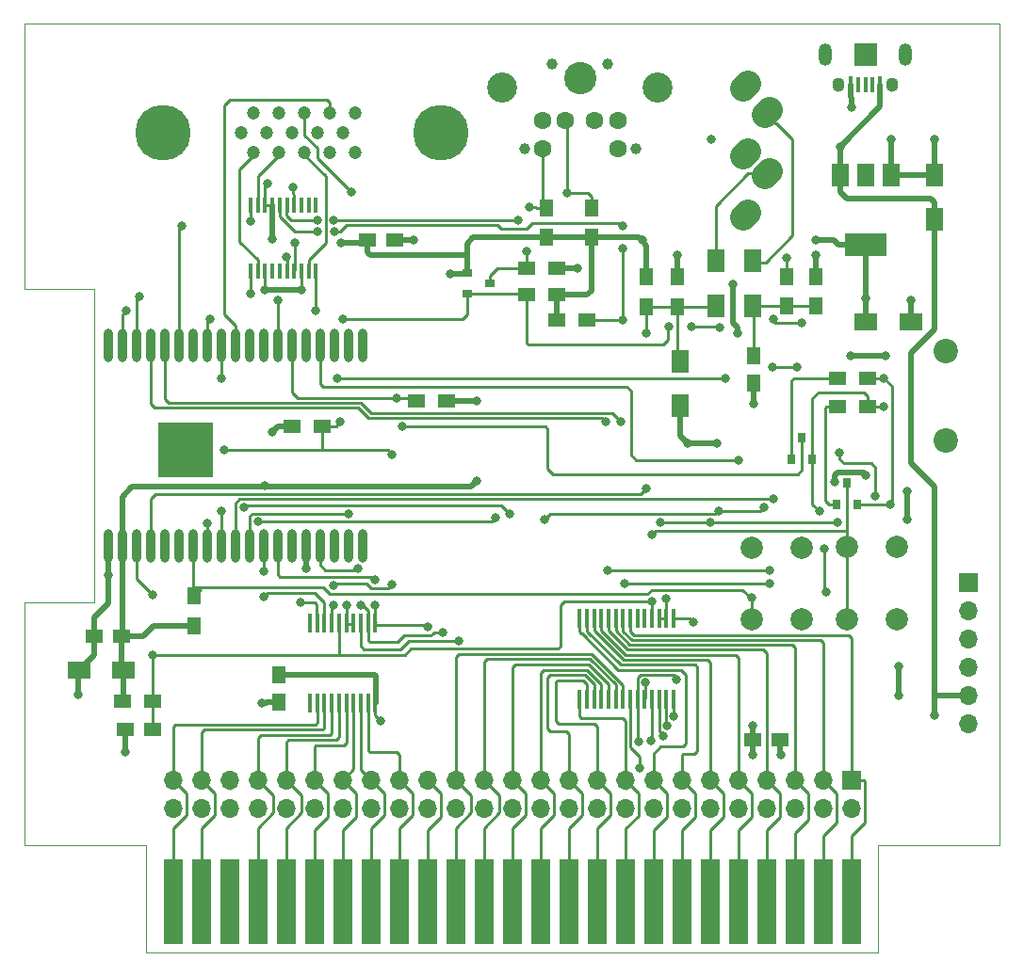
<source format=gbr>
G04 #@! TF.GenerationSoftware,KiCad,Pcbnew,(5.1.5)-3*
G04 #@! TF.CreationDate,2021-08-25T17:47:22+12:00*
G04 #@! TF.ProjectId,PocketTRS,506f636b-6574-4545-9253-2e6b69636164,rev?*
G04 #@! TF.SameCoordinates,Original*
G04 #@! TF.FileFunction,Copper,L1,Top*
G04 #@! TF.FilePolarity,Positive*
%FSLAX46Y46*%
G04 Gerber Fmt 4.6, Leading zero omitted, Abs format (unit mm)*
G04 Created by KiCad (PCBNEW (5.1.5)-3) date 2021-08-25 17:47:22*
%MOMM*%
%LPD*%
G04 APERTURE LIST*
%ADD10C,0.050000*%
%ADD11R,1.778000X7.620000*%
%ADD12C,2.200000*%
%ADD13O,1.700000X1.700000*%
%ADD14R,1.700000X1.700000*%
%ADD15C,0.800000*%
%ADD16O,0.900000X3.000000*%
%ADD17R,5.000000X5.000000*%
%ADD18R,1.500000X2.000000*%
%ADD19R,3.800000X2.000000*%
%ADD20R,1.250000X1.500000*%
%ADD21R,1.600000X2.000000*%
%ADD22R,2.000000X1.600000*%
%ADD23R,1.500000X1.250000*%
%ADD24R,1.300000X1.500000*%
%ADD25R,1.500000X1.300000*%
%ADD26R,0.450000X1.750000*%
%ADD27R,0.450000X1.450000*%
%ADD28R,0.900000X0.800000*%
%ADD29R,0.800000X0.900000*%
%ADD30C,2.000000*%
%ADD31C,5.001260*%
%ADD32C,1.198880*%
%ADD33C,2.400000*%
%ADD34C,1.000000*%
%ADD35C,2.900000*%
%ADD36C,2.700000*%
%ADD37C,1.600000*%
%ADD38O,1.200000X2.000000*%
%ADD39R,2.000000X2.000000*%
%ADD40R,0.400000X2.500000*%
%ADD41R,0.400000X1.350000*%
%ADD42O,1.100000X1.300000*%
%ADD43C,0.250000*%
%ADD44C,0.500000*%
G04 APERTURE END LIST*
D10*
X175260000Y-135890000D02*
X176022000Y-135890000D01*
X241808000Y-145542000D02*
X241300000Y-145542000D01*
X241808000Y-135890000D02*
X252730000Y-135890000D01*
X241808000Y-145542000D02*
X241808000Y-135890000D01*
X176022000Y-145542000D02*
X241300000Y-145542000D01*
X176022000Y-135890000D02*
X176022000Y-145542000D01*
X165100000Y-135890000D02*
X175260000Y-135890000D01*
X165100000Y-135890000D02*
X165100000Y-114046000D01*
X165100000Y-64770000D02*
X165100000Y-85852000D01*
X171323000Y-85852000D02*
X171323000Y-90805000D01*
X171323000Y-85852000D02*
X165100000Y-85852000D01*
X171323000Y-114046000D02*
X171323000Y-90805000D01*
X165100000Y-114046000D02*
X171323000Y-114046000D01*
X252730000Y-64770000D02*
X252730000Y-61976000D01*
X165100000Y-61976000D02*
X165100000Y-64770000D01*
X252730000Y-64770000D02*
X252730000Y-135890000D01*
X165100000Y-61976000D02*
X252730000Y-61976000D01*
D11*
X178435000Y-140970000D03*
X180975000Y-140970000D03*
X183515000Y-140970000D03*
X186055000Y-140970000D03*
X188595000Y-140970000D03*
X191135000Y-140970000D03*
X193675000Y-140970000D03*
X196215000Y-140970000D03*
X198755000Y-140970000D03*
X201295000Y-140970000D03*
X203835000Y-140970000D03*
X206375000Y-140970000D03*
X208915000Y-140970000D03*
X211455000Y-140970000D03*
X213995000Y-140970000D03*
X216535000Y-140970000D03*
X219075000Y-140970000D03*
X221615000Y-140970000D03*
X224155000Y-140970000D03*
X226695000Y-140970000D03*
X229235000Y-140970000D03*
X231775000Y-140970000D03*
X234315000Y-140970000D03*
X236855000Y-140970000D03*
X239395000Y-140970000D03*
D12*
X247904000Y-91440000D03*
X247904000Y-99441000D03*
D13*
X178435000Y-132588000D03*
X178435000Y-130048000D03*
X180975000Y-132588000D03*
X180975000Y-130048000D03*
X183515000Y-132588000D03*
X183515000Y-130048000D03*
X186055000Y-132588000D03*
X186055000Y-130048000D03*
X188595000Y-132588000D03*
X188595000Y-130048000D03*
X191135000Y-132588000D03*
X191135000Y-130048000D03*
X193675000Y-132588000D03*
X193675000Y-130048000D03*
X196215000Y-132588000D03*
X196215000Y-130048000D03*
X198755000Y-132588000D03*
X198755000Y-130048000D03*
X201295000Y-132588000D03*
X201295000Y-130048000D03*
X203835000Y-132588000D03*
X203835000Y-130048000D03*
X206375000Y-132588000D03*
X206375000Y-130048000D03*
X208915000Y-132588000D03*
X208915000Y-130048000D03*
X211455000Y-132588000D03*
X211455000Y-130048000D03*
X213995000Y-132588000D03*
X213995000Y-130048000D03*
X216535000Y-132588000D03*
X216535000Y-130048000D03*
X219075000Y-132588000D03*
X219075000Y-130048000D03*
X221615000Y-132588000D03*
X221615000Y-130048000D03*
X224155000Y-132588000D03*
X224155000Y-130048000D03*
X226695000Y-132588000D03*
X226695000Y-130048000D03*
X229235000Y-132588000D03*
X229235000Y-130048000D03*
X231775000Y-132588000D03*
X231775000Y-130048000D03*
X234315000Y-132588000D03*
X234315000Y-130048000D03*
X236855000Y-132588000D03*
X236855000Y-130048000D03*
X239395000Y-132588000D03*
D14*
X239395000Y-130048000D03*
D15*
X177524000Y-98349000D03*
X178524000Y-98349000D03*
X179524000Y-98349000D03*
X180524000Y-98349000D03*
X181524000Y-98349000D03*
X177524000Y-100349000D03*
X178524000Y-100349000D03*
X179524000Y-100349000D03*
X180524000Y-100349000D03*
X181524000Y-100349000D03*
X181524000Y-99349000D03*
X180524000Y-99349000D03*
X179524000Y-99349000D03*
X178524000Y-99349000D03*
X177524000Y-99349000D03*
X177524000Y-101349000D03*
X178524000Y-101349000D03*
X179524000Y-101349000D03*
X180524000Y-101349000D03*
X181524000Y-101349000D03*
X181524000Y-102349000D03*
X180524000Y-102349000D03*
X179524000Y-102349000D03*
X178524000Y-102349000D03*
D16*
X172614000Y-90919000D03*
X173884000Y-90919000D03*
X175154000Y-90919000D03*
X176424000Y-90919000D03*
X177694000Y-90919000D03*
X178964000Y-90919000D03*
X180234000Y-90919000D03*
X181504000Y-90919000D03*
X182774000Y-90919000D03*
X184044000Y-90919000D03*
X185314000Y-90919000D03*
X186584000Y-90919000D03*
X187854000Y-90919000D03*
X189124000Y-90919000D03*
X190424000Y-90949000D03*
X191694000Y-90949000D03*
X192964000Y-90949000D03*
X194234000Y-90949000D03*
X195504000Y-90949000D03*
X195504000Y-108949000D03*
X194234000Y-108949000D03*
X192964000Y-108949000D03*
X191694000Y-108949000D03*
X190424000Y-108949000D03*
X189124000Y-108949000D03*
X187854000Y-108949000D03*
X186584000Y-108949000D03*
X185314000Y-108949000D03*
X184044000Y-108949000D03*
X182774000Y-108949000D03*
X181504000Y-108949000D03*
X180234000Y-108949000D03*
X178964000Y-108949000D03*
X177694000Y-108949000D03*
X176424000Y-108949000D03*
X175154000Y-108949000D03*
X173884000Y-108949000D03*
X172614000Y-108949000D03*
D17*
X179534000Y-100349000D03*
D15*
X177524000Y-102349000D03*
D13*
X249936000Y-124968000D03*
X249936000Y-122428000D03*
X249936000Y-119888000D03*
X249936000Y-117348000D03*
X249936000Y-114808000D03*
D14*
X249936000Y-112268000D03*
D18*
X242965000Y-75590000D03*
X238365000Y-75590000D03*
X240665000Y-75590000D03*
D19*
X240665000Y-81890000D03*
D20*
X230632000Y-91841000D03*
X230632000Y-94341000D03*
D21*
X246888000Y-79597000D03*
X246888000Y-75597000D03*
D22*
X244729000Y-88773000D03*
X240729000Y-88773000D03*
D20*
X187960000Y-120543000D03*
X187960000Y-123043000D03*
D23*
X233025000Y-126365000D03*
X230525000Y-126365000D03*
X195874000Y-81407000D03*
X198374000Y-81407000D03*
X171343000Y-117094000D03*
X173843000Y-117094000D03*
X174137000Y-125476000D03*
X176637000Y-125476000D03*
D24*
X211963000Y-78533000D03*
X211963000Y-81233000D03*
X216027000Y-81233000D03*
X216027000Y-78533000D03*
X220980000Y-87456000D03*
X220980000Y-84756000D03*
X223774000Y-87456000D03*
X223774000Y-84756000D03*
X233553000Y-87409000D03*
X233553000Y-84756000D03*
X236220000Y-84709000D03*
X236220000Y-87409000D03*
D25*
X210232000Y-86360000D03*
X212932000Y-86360000D03*
X212932000Y-83947000D03*
X210232000Y-83947000D03*
X200326000Y-95885000D03*
X203026000Y-95885000D03*
X176610000Y-122936000D03*
X173910000Y-122936000D03*
X238172000Y-93853000D03*
X240872000Y-93853000D03*
X238172000Y-96393000D03*
X240872000Y-96393000D03*
D24*
X180340000Y-113458000D03*
X180340000Y-116158000D03*
D26*
X214977000Y-115526000D03*
X215627000Y-115526000D03*
X216277000Y-115526000D03*
X216927000Y-115526000D03*
X217577000Y-115526000D03*
X218227000Y-115526000D03*
X218877000Y-115526000D03*
X219527000Y-115526000D03*
X220177000Y-115526000D03*
X220827000Y-115526000D03*
X221477000Y-115526000D03*
X222127000Y-115526000D03*
X222777000Y-115526000D03*
X223427000Y-115526000D03*
X223427000Y-122726000D03*
X222777000Y-122726000D03*
X222127000Y-122726000D03*
X221477000Y-122726000D03*
X220827000Y-122726000D03*
X220177000Y-122726000D03*
X219527000Y-122726000D03*
X218877000Y-122726000D03*
X218227000Y-122726000D03*
X217577000Y-122726000D03*
X216927000Y-122726000D03*
X216277000Y-122726000D03*
X215627000Y-122726000D03*
X214977000Y-122726000D03*
D27*
X191266000Y-84230000D03*
X190616000Y-84230000D03*
X189966000Y-84230000D03*
X189316000Y-84230000D03*
X188666000Y-84230000D03*
X188016000Y-84230000D03*
X187366000Y-84230000D03*
X186716000Y-84230000D03*
X186066000Y-84230000D03*
X185416000Y-84230000D03*
X185416000Y-78330000D03*
X186066000Y-78330000D03*
X186716000Y-78330000D03*
X187366000Y-78330000D03*
X188016000Y-78330000D03*
X188666000Y-78330000D03*
X189316000Y-78330000D03*
X189966000Y-78330000D03*
X190616000Y-78330000D03*
X191266000Y-78330000D03*
D28*
X206867000Y-85344000D03*
X204867000Y-86294000D03*
X204867000Y-84394000D03*
D29*
X234000000Y-101203000D03*
X235900000Y-101203000D03*
X234950000Y-99203000D03*
X239014000Y-103267000D03*
X239964000Y-105267000D03*
X238064000Y-105267000D03*
D26*
X196600000Y-123107000D03*
X195950000Y-123107000D03*
X195300000Y-123107000D03*
X194650000Y-123107000D03*
X194000000Y-123107000D03*
X193350000Y-123107000D03*
X192700000Y-123107000D03*
X192050000Y-123107000D03*
X191400000Y-123107000D03*
X190750000Y-123107000D03*
X190750000Y-115907000D03*
X191400000Y-115907000D03*
X192050000Y-115907000D03*
X192700000Y-115907000D03*
X193350000Y-115907000D03*
X194000000Y-115907000D03*
X194650000Y-115907000D03*
X195300000Y-115907000D03*
X195950000Y-115907000D03*
X196600000Y-115907000D03*
D22*
X169958000Y-120142000D03*
X173958000Y-120142000D03*
D30*
X230450000Y-109093000D03*
X234950000Y-109093000D03*
X230450000Y-115593000D03*
X234950000Y-115593000D03*
X239014000Y-109070000D03*
X243514000Y-109070000D03*
X239014000Y-115570000D03*
X243514000Y-115570000D03*
D21*
X227203000Y-83344000D03*
X227203000Y-87344000D03*
X230505000Y-87344000D03*
X230505000Y-83344000D03*
X224028000Y-96361000D03*
X224028000Y-92361000D03*
D31*
X177497740Y-71813420D03*
D32*
X190258700Y-73532400D03*
X187972700Y-73532400D03*
X185681620Y-73532400D03*
X192552320Y-73532400D03*
X194840860Y-73532400D03*
X191427100Y-71767700D03*
X189128400Y-71767700D03*
X186829700Y-71767700D03*
X184536080Y-71767700D03*
D31*
X202486260Y-71813420D03*
D32*
X193700400Y-71767700D03*
X185681620Y-69976400D03*
X187972700Y-69976400D03*
X190261240Y-69976400D03*
X192552320Y-69976400D03*
X194843400Y-69976400D03*
D33*
X229657868Y-67776132D02*
X230082132Y-67351868D01*
X231657868Y-70176132D02*
X232082132Y-69751868D01*
X231657868Y-75676132D02*
X232082132Y-75251868D01*
X229657868Y-79376132D02*
X230082132Y-78951868D01*
X229657868Y-73876132D02*
X230082132Y-73451868D01*
D34*
X212511000Y-65603000D03*
X217511000Y-65603000D03*
D35*
X215011000Y-66903000D03*
D36*
X208011000Y-67703000D03*
X222011000Y-67703000D03*
D34*
X210011000Y-73203000D03*
X220011000Y-73203000D03*
D37*
X213711000Y-70703000D03*
X216311000Y-70703000D03*
X211611000Y-70703000D03*
X218411000Y-70703000D03*
X211611000Y-73203000D03*
X218411000Y-73203000D03*
D38*
X244240000Y-64770000D03*
D39*
X240665000Y-64770000D03*
D38*
X237090000Y-64770000D03*
D40*
X241965000Y-68021200D03*
D41*
X241315000Y-67445000D03*
X240665000Y-67445000D03*
X240015000Y-67445000D03*
D40*
X239365000Y-68021200D03*
D42*
X243090000Y-67520000D03*
X238240000Y-67520000D03*
D25*
X191850000Y-98171000D03*
X189150000Y-98171000D03*
X215662500Y-88646000D03*
X212962500Y-88646000D03*
D15*
X226822000Y-72390000D03*
X220980000Y-89789000D03*
X220980000Y-103759000D03*
X237934500Y-103187500D03*
X244729000Y-86868000D03*
X246888000Y-72390000D03*
X242965000Y-72404000D03*
X236220000Y-82804000D03*
X223774000Y-82804000D03*
X222777000Y-113696700D03*
X194000000Y-114330600D03*
X186715400Y-85902800D03*
X189966000Y-85902200D03*
X186944000Y-76327000D03*
X200088500Y-81407000D03*
X224663000Y-99695000D03*
X239395000Y-69469000D03*
X233045000Y-127762000D03*
X187340999Y-81391001D03*
X172614000Y-111612000D03*
X186436000Y-123063000D03*
X190373000Y-111000000D03*
X227330000Y-99695000D03*
X230632000Y-96139000D03*
X189865000Y-114046000D03*
X169926000Y-122301000D03*
X174117000Y-127508000D03*
X243649500Y-119824500D03*
X243649500Y-122428000D03*
X229171500Y-89852500D03*
X228790500Y-85407500D03*
X239331500Y-91884500D03*
X242443000Y-91884500D03*
X244411500Y-106616500D03*
X244411500Y-104076500D03*
X240728500Y-102616000D03*
X220853000Y-121221500D03*
X238379000Y-73025000D03*
X214757000Y-83947000D03*
X220252000Y-126588074D03*
X197104000Y-124736000D03*
X230505000Y-127762000D03*
X230505000Y-125095000D03*
X246888000Y-124206000D03*
X225171000Y-115824000D03*
X223710500Y-120967500D03*
X236220000Y-81407000D03*
X220599000Y-81407000D03*
X189357000Y-81661000D03*
X193548000Y-81661000D03*
X203327000Y-84455000D03*
X205740000Y-103124000D03*
X205740000Y-95885000D03*
X240729000Y-86678000D03*
X187328500Y-98742500D03*
X186690000Y-103577951D03*
X220345000Y-128905000D03*
X213868000Y-77216000D03*
X186055000Y-106770000D03*
X181483000Y-106934000D03*
X207391000Y-106426000D03*
X210439000Y-78486000D03*
X184785000Y-105477961D03*
X182753000Y-105791000D03*
X208661000Y-106045000D03*
X194437000Y-77089000D03*
X194183000Y-106045000D03*
X232092500Y-112331500D03*
X218694000Y-97790000D03*
X219011500Y-112331500D03*
X232092500Y-111188500D03*
X217297000Y-97790000D03*
X217487500Y-111188500D03*
X221488000Y-113919000D03*
X221488000Y-107950000D03*
X176593500Y-113347500D03*
X176610000Y-118745000D03*
X198501000Y-95631000D03*
X199009000Y-98203010D03*
X230450000Y-113656500D03*
X181737000Y-88519000D03*
X193712000Y-88519000D03*
X234950000Y-88900000D03*
X232358681Y-88555753D03*
X227584000Y-89281000D03*
X222960922Y-89265816D03*
X225028816Y-89265816D03*
X188632000Y-82931000D03*
X223427000Y-124299000D03*
X210232000Y-82439500D03*
X204089000Y-117500980D03*
X175387000Y-86487000D03*
X185420000Y-86233000D03*
X185420000Y-79756000D03*
X179197000Y-80137000D03*
X191262000Y-87757000D03*
X174244000Y-87757000D03*
X233553000Y-83058000D03*
X232432039Y-104752961D03*
X222864178Y-125125580D03*
X202692000Y-116750000D03*
X191389000Y-80655005D03*
X192902995Y-80655005D03*
X218821000Y-80137000D03*
X218821000Y-82169000D03*
X218821000Y-88646000D03*
X222250000Y-106827991D03*
X226752990Y-106864990D03*
X195072000Y-111000001D03*
X195326000Y-114300000D03*
X238125000Y-106864991D03*
X222477272Y-126047701D03*
X201361368Y-116265033D03*
X211788500Y-106632500D03*
X191389000Y-79655002D03*
X192876000Y-79629000D03*
X209423000Y-79629000D03*
X227477990Y-105811990D03*
X196596000Y-112014000D03*
X196596000Y-114300000D03*
X231584500Y-105477961D03*
X232346500Y-92837000D03*
X234505500Y-92837000D03*
X186563000Y-113538000D03*
X186563000Y-111252000D03*
X242316000Y-96393000D03*
X236537500Y-105854500D03*
X237172500Y-113093500D03*
X236982000Y-109220000D03*
X242316000Y-93853000D03*
X242855750Y-105251250D03*
X189230000Y-76708000D03*
X187833000Y-86868000D03*
X238315500Y-100584000D03*
X241554000Y-104457500D03*
X229298500Y-101219000D03*
X182753000Y-93853000D03*
X183007000Y-100330000D03*
X198120000Y-100711000D03*
X198120000Y-112395000D03*
X192843062Y-112513112D03*
X192843062Y-114300000D03*
X221364840Y-126526260D03*
X228092000Y-93853000D03*
X193484500Y-97790000D03*
X193230500Y-93853000D03*
D43*
X220980000Y-87456000D02*
X223774000Y-87456000D01*
X226551000Y-87456000D02*
X226568000Y-87439000D01*
X223774000Y-87456000D02*
X226551000Y-87456000D01*
X220980000Y-89789000D02*
X220980000Y-87456000D01*
X223774000Y-91726000D02*
X224028000Y-91980000D01*
X223774000Y-87456000D02*
X223774000Y-91726000D01*
X176424000Y-104754000D02*
X176424000Y-108949000D01*
X220980000Y-103759000D02*
X220436049Y-104302951D01*
X176875049Y-104302951D02*
X176424000Y-104754000D01*
X220436049Y-104302951D02*
X176875049Y-104302951D01*
X235320000Y-87409000D02*
X233553000Y-87409000D01*
X236220000Y-87409000D02*
X235320000Y-87409000D01*
X230662000Y-87409000D02*
X230632000Y-87439000D01*
X233553000Y-87409000D02*
X230662000Y-87409000D01*
X230632000Y-88689000D02*
X230632000Y-91841000D01*
X230632000Y-87439000D02*
X230632000Y-88689000D01*
D44*
X246881000Y-75590000D02*
X246888000Y-75597000D01*
X242965000Y-75590000D02*
X246881000Y-75590000D01*
X246888000Y-75597000D02*
X246888000Y-74097000D01*
X246888000Y-74097000D02*
X246888000Y-73406000D01*
X244729000Y-88773000D02*
X244729000Y-87473000D01*
X244729000Y-87473000D02*
X244729000Y-86868000D01*
X242965000Y-74090000D02*
X242951000Y-74076000D01*
X242965000Y-75590000D02*
X242965000Y-74090000D01*
X246888000Y-73406000D02*
X246888000Y-72390000D01*
X242965000Y-74090000D02*
X242965000Y-72404000D01*
X236220000Y-84709000D02*
X236220000Y-82804000D01*
X223774000Y-84756000D02*
X223774000Y-83506000D01*
X223774000Y-83506000D02*
X223774000Y-82804000D01*
D43*
X194000000Y-116034000D02*
X194650000Y-116034000D01*
X194000000Y-116034000D02*
X194000000Y-114330600D01*
X186716000Y-85205000D02*
X186715400Y-85205600D01*
X186716000Y-84230000D02*
X186716000Y-85205000D01*
X186715400Y-85205600D02*
X186715400Y-85902800D01*
X189966000Y-84230000D02*
X189966000Y-85902200D01*
X186716000Y-78330000D02*
X187366000Y-78330000D01*
X186716000Y-77355000D02*
X186715400Y-77354400D01*
X186716000Y-78330000D02*
X186716000Y-77355000D01*
X186715400Y-77354400D02*
X186715400Y-76669900D01*
X186715400Y-76669900D02*
X186715400Y-76555600D01*
X186715400Y-76555600D02*
X186944000Y-76327000D01*
D44*
X198374000Y-81407000D02*
X200088500Y-81407000D01*
X187340999Y-81428814D02*
X187340999Y-81391001D01*
X225171000Y-99695000D02*
X227272315Y-99695000D01*
X239365000Y-68620000D02*
X239395000Y-68650000D01*
X239365000Y-67445000D02*
X239365000Y-68620000D01*
X239395000Y-68650000D02*
X239395000Y-69469000D01*
X225298000Y-99695000D02*
X224732315Y-99695000D01*
X224028000Y-99060000D02*
X224663000Y-99695000D01*
X224028000Y-95980000D02*
X224028000Y-99060000D01*
X233025000Y-127490000D02*
X233045000Y-127510000D01*
X233025000Y-126365000D02*
X233025000Y-127490000D01*
X233045000Y-127510000D02*
X233045000Y-127762000D01*
X187340999Y-81391001D02*
X187340999Y-78330000D01*
X172614000Y-108949000D02*
X172614000Y-111612000D01*
X186835000Y-123043000D02*
X186815000Y-123063000D01*
X187960000Y-123043000D02*
X186835000Y-123043000D01*
X186815000Y-123063000D02*
X186436000Y-123063000D01*
X190424000Y-110949000D02*
X190373000Y-111000000D01*
X190424000Y-108949000D02*
X190424000Y-110949000D01*
X230632000Y-94341000D02*
X230632000Y-96139000D01*
D43*
X190881000Y-114046000D02*
X189865000Y-114046000D01*
X191333000Y-116288000D02*
X191333000Y-114584600D01*
X191333000Y-114244000D02*
X191333000Y-114584600D01*
X190881000Y-114046000D02*
X191135000Y-114046000D01*
X191135000Y-114046000D02*
X191333000Y-114244000D01*
D44*
X189965400Y-85902800D02*
X189966000Y-85902200D01*
X186715400Y-85902800D02*
X189965400Y-85902800D01*
X172614000Y-111612000D02*
X172614000Y-114152000D01*
X171343000Y-115423000D02*
X171343000Y-117094000D01*
X172614000Y-114152000D02*
X171343000Y-115423000D01*
X171343000Y-118757000D02*
X169958000Y-120142000D01*
X171343000Y-117094000D02*
X171343000Y-118757000D01*
X169926000Y-120174000D02*
X169958000Y-120142000D01*
X169926000Y-122301000D02*
X169926000Y-120174000D01*
X174117000Y-125496000D02*
X174137000Y-125476000D01*
X174117000Y-127508000D02*
X174117000Y-125496000D01*
X243649500Y-119824500D02*
X243649500Y-122428000D01*
X229171500Y-89286815D02*
X228790500Y-88905815D01*
X229171500Y-89852500D02*
X229171500Y-89286815D01*
X228790500Y-88905815D02*
X228790500Y-85407500D01*
X239331500Y-91884500D02*
X242443000Y-91884500D01*
X244411500Y-106616500D02*
X244411500Y-106050815D01*
X244411500Y-106050815D02*
X244411500Y-104076500D01*
X238189316Y-102366999D02*
X240479499Y-102366999D01*
X237934500Y-103187500D02*
X237934500Y-102621815D01*
X237934500Y-102621815D02*
X238189316Y-102366999D01*
X240479499Y-102366999D02*
X240728500Y-102616000D01*
D43*
X222127000Y-115526000D02*
X222777000Y-115526000D01*
X222777000Y-115526000D02*
X222777000Y-113696700D01*
X220853000Y-122700000D02*
X220827000Y-122726000D01*
X220853000Y-121158000D02*
X220853000Y-122700000D01*
D44*
X212932000Y-83947000D02*
X214757000Y-83947000D01*
D43*
X220177000Y-126596500D02*
X220185426Y-126588074D01*
X220177000Y-122726000D02*
X220177000Y-126596500D01*
X220185426Y-126588074D02*
X220252000Y-126588074D01*
X238461200Y-73025000D02*
X238379000Y-73025000D01*
X196600000Y-124232000D02*
X197104000Y-124736000D01*
X196600000Y-123107000D02*
X196600000Y-124232000D01*
D44*
X246888000Y-81915000D02*
X246888000Y-84709000D01*
X238379000Y-75576000D02*
X238365000Y-75590000D01*
X238379000Y-73025000D02*
X238379000Y-75576000D01*
X241965000Y-69439000D02*
X238379000Y-73025000D01*
X241965000Y-67445000D02*
X241965000Y-69439000D01*
X246888000Y-81915000D02*
X246888000Y-79597000D01*
X246888000Y-78097000D02*
X246888000Y-79597000D01*
X238999000Y-77724000D02*
X246515000Y-77724000D01*
X238365000Y-77090000D02*
X238999000Y-77724000D01*
X246515000Y-77724000D02*
X246888000Y-78097000D01*
X238365000Y-75590000D02*
X238365000Y-77090000D01*
X230505000Y-126385000D02*
X230525000Y-126365000D01*
X230505000Y-127762000D02*
X230505000Y-126385000D01*
X230505000Y-126345000D02*
X230525000Y-126365000D01*
X230505000Y-125095000D02*
X230505000Y-126345000D01*
X196625001Y-121871999D02*
X196625001Y-123107000D01*
X190867000Y-120543000D02*
X190887000Y-120523000D01*
X190887000Y-120523000D02*
X196469000Y-120523000D01*
X187960000Y-120543000D02*
X190867000Y-120543000D01*
X196469000Y-120523000D02*
X196625001Y-120679001D01*
X196625001Y-120679001D02*
X196625001Y-121871999D01*
X249936000Y-122428000D02*
X248733919Y-122428000D01*
X248733919Y-122428000D02*
X246888000Y-122428000D01*
X246888000Y-124206000D02*
X246888000Y-122428000D01*
X244729000Y-91630500D02*
X246888000Y-89471500D01*
X246888000Y-84709000D02*
X246888000Y-89471500D01*
X246888000Y-103632000D02*
X244729000Y-101473000D01*
X246888000Y-122428000D02*
X246888000Y-103632000D01*
X244729000Y-101473000D02*
X244729000Y-91630500D01*
D43*
X223427000Y-115526000D02*
X224873000Y-115526000D01*
X224873000Y-115526000D02*
X225171000Y-115824000D01*
X223710500Y-120840500D02*
X223437079Y-120567079D01*
X223710500Y-120967500D02*
X223710500Y-120840500D01*
X223437079Y-120567079D02*
X220427921Y-120567079D01*
X220177000Y-120818000D02*
X220177000Y-122726000D01*
X220427921Y-120567079D02*
X220177000Y-120818000D01*
D44*
X211963000Y-81233000D02*
X216027000Y-81233000D01*
X240729000Y-81954000D02*
X240665000Y-81890000D01*
X216027000Y-81233000D02*
X220298000Y-81233000D01*
X220980000Y-81915000D02*
X220980000Y-84756000D01*
X220298000Y-81233000D02*
X220980000Y-81915000D01*
X238265000Y-81890000D02*
X237782000Y-81407000D01*
X240665000Y-81890000D02*
X238265000Y-81890000D01*
X237782000Y-81407000D02*
X236220000Y-81407000D01*
X216027000Y-81233000D02*
X216027000Y-85979000D01*
X215646000Y-86360000D02*
X212932000Y-86360000D01*
X216027000Y-85979000D02*
X215646000Y-86360000D01*
D43*
X189293500Y-84207500D02*
X189316000Y-84230000D01*
D44*
X211963000Y-81233000D02*
X205406000Y-81233000D01*
X196146000Y-82804000D02*
X204851000Y-82804000D01*
X195874000Y-81407000D02*
X195874000Y-82532000D01*
X195874000Y-82532000D02*
X196146000Y-82804000D01*
X204867000Y-82820000D02*
X204851000Y-82804000D01*
X204867000Y-84394000D02*
X204867000Y-82820000D01*
X204867000Y-81772000D02*
X205406000Y-81233000D01*
X204867000Y-82820000D02*
X204867000Y-81772000D01*
X195620000Y-81661000D02*
X195874000Y-81407000D01*
X193548000Y-81661000D02*
X195620000Y-81661000D01*
D43*
X189357000Y-84189000D02*
X189316000Y-84230000D01*
X189357000Y-81661000D02*
X189357000Y-84189000D01*
D44*
X173884000Y-110001806D02*
X173863000Y-110022806D01*
X173884000Y-108949000D02*
X173884000Y-110001806D01*
X203073000Y-95584000D02*
X203026000Y-95631000D01*
X203073000Y-95838000D02*
X203026000Y-95885000D01*
X204806000Y-84455000D02*
X204867000Y-84394000D01*
X203327000Y-84455000D02*
X204806000Y-84455000D01*
X173884000Y-106949000D02*
X173863000Y-106928000D01*
X173884000Y-108949000D02*
X173884000Y-106949000D01*
X173863000Y-106928000D02*
X173863000Y-104521000D01*
X173863000Y-104521000D02*
X174752000Y-103632000D01*
X174752000Y-103632000D02*
X182499000Y-103632000D01*
X182499000Y-103632000D02*
X201422000Y-103632000D01*
X201422000Y-103632000D02*
X201549000Y-103632000D01*
X201549000Y-103632000D02*
X205232000Y-103632000D01*
X205232000Y-103632000D02*
X205740000Y-103124000D01*
X205740000Y-95885000D02*
X203026000Y-95885000D01*
X180260000Y-116078000D02*
X180340000Y-116158000D01*
X173958000Y-122888000D02*
X173910000Y-122936000D01*
X173958000Y-120142000D02*
X173958000Y-122888000D01*
X173843000Y-120027000D02*
X173958000Y-120142000D01*
X173843000Y-117094000D02*
X173843000Y-120027000D01*
X173884000Y-117053000D02*
X173843000Y-117094000D01*
X173884000Y-108949000D02*
X173884000Y-117053000D01*
X173843000Y-117094000D02*
X175768000Y-117094000D01*
X176704000Y-116158000D02*
X180340000Y-116158000D01*
X175768000Y-117094000D02*
X176704000Y-116158000D01*
X240729000Y-88773000D02*
X240729000Y-86678000D01*
X240729000Y-86678000D02*
X240729000Y-81954000D01*
X187900000Y-98171000D02*
X187328500Y-98742500D01*
X189150000Y-98171000D02*
X187900000Y-98171000D01*
X212932000Y-88615500D02*
X212962500Y-88646000D01*
X212932000Y-86360000D02*
X212932000Y-88615500D01*
D43*
X178435000Y-125222000D02*
X178435000Y-130048000D01*
X191400000Y-123107000D02*
X191400000Y-124830000D01*
X178631010Y-125025990D02*
X178435000Y-125222000D01*
X191204010Y-125025990D02*
X178631010Y-125025990D01*
X191400000Y-124830000D02*
X191204010Y-125025990D01*
X179610001Y-133152001D02*
X179610001Y-131223001D01*
X179610001Y-131223001D02*
X178435000Y-130048000D01*
X178435000Y-140970000D02*
X178435000Y-134327002D01*
X178435000Y-134327002D02*
X179610001Y-133152001D01*
X180975000Y-125730000D02*
X180975000Y-130048000D01*
X181229000Y-125476000D02*
X180975000Y-125730000D01*
X191897000Y-125476000D02*
X181229000Y-125476000D01*
X192050000Y-123107000D02*
X192050000Y-125323000D01*
X192050000Y-125323000D02*
X191897000Y-125476000D01*
X182150001Y-133152001D02*
X182150001Y-131223001D01*
X182150001Y-131223001D02*
X180975000Y-130048000D01*
X180975000Y-140970000D02*
X180975000Y-134327002D01*
X180975000Y-134327002D02*
X182150001Y-133152001D01*
X186309000Y-125984000D02*
X186055000Y-126238000D01*
X192532000Y-125984000D02*
X186309000Y-125984000D01*
X186055000Y-126238000D02*
X186055000Y-130048000D01*
X192700000Y-123107000D02*
X192700000Y-125816000D01*
X192700000Y-125816000D02*
X192532000Y-125984000D01*
X187419999Y-131412999D02*
X186055000Y-130048000D01*
X187419999Y-132962003D02*
X187419999Y-131412999D01*
X186055000Y-140970000D02*
X186055000Y-134327002D01*
X186055000Y-134327002D02*
X187419999Y-132962003D01*
X188595000Y-127000000D02*
X188595000Y-130048000D01*
X188779990Y-126434010D02*
X188595000Y-126619000D01*
X193350000Y-126182000D02*
X193097990Y-126434010D01*
X193350000Y-123107000D02*
X193350000Y-126182000D01*
X193097990Y-126434010D02*
X188779990Y-126434010D01*
X188595000Y-126619000D02*
X188595000Y-127000000D01*
X189959999Y-131412999D02*
X188595000Y-130048000D01*
X189959999Y-132962003D02*
X189959999Y-131412999D01*
X188595000Y-140970000D02*
X188595000Y-134327002D01*
X188595000Y-134327002D02*
X189959999Y-132962003D01*
X194000000Y-126675000D02*
X194000000Y-123107000D01*
X193790980Y-126884020D02*
X194000000Y-126675000D01*
X191135000Y-130048000D02*
X191135000Y-127000000D01*
X191250980Y-126884020D02*
X193790980Y-126884020D01*
X191135000Y-127000000D02*
X191250980Y-126884020D01*
X192310001Y-131223001D02*
X192310001Y-133317999D01*
X191135000Y-130048000D02*
X192310001Y-131223001D01*
X191135000Y-134493000D02*
X191135000Y-140970000D01*
X192310001Y-133317999D02*
X191135000Y-134493000D01*
X194650000Y-129073000D02*
X193675000Y-130048000D01*
X194650000Y-123107000D02*
X194650000Y-129073000D01*
X194850001Y-131223001D02*
X194850001Y-133317999D01*
X193675000Y-130048000D02*
X194850001Y-131223001D01*
X193675000Y-134493000D02*
X193675000Y-140970000D01*
X194850001Y-133317999D02*
X193675000Y-134493000D01*
X195300000Y-129133000D02*
X196215000Y-130048000D01*
X195300000Y-123107000D02*
X195300000Y-129133000D01*
X197390001Y-131223001D02*
X196215000Y-130048000D01*
X197390001Y-133152001D02*
X197390001Y-131223001D01*
X196215000Y-140970000D02*
X196215000Y-134327002D01*
X196215000Y-134327002D02*
X197390001Y-133152001D01*
X198755000Y-130048000D02*
X198755000Y-127762000D01*
X198755000Y-127762000D02*
X198501000Y-127508000D01*
X196088000Y-127508000D02*
X196469000Y-127508000D01*
X195950000Y-127370000D02*
X196088000Y-127508000D01*
X195950000Y-123107000D02*
X195950000Y-127370000D01*
X198501000Y-127508000D02*
X196469000Y-127508000D01*
X196469000Y-127508000D02*
X196320000Y-127508000D01*
X199930001Y-131223001D02*
X198755000Y-130048000D01*
X199930001Y-133152001D02*
X199930001Y-131223001D01*
X198755000Y-140970000D02*
X198755000Y-134327002D01*
X198755000Y-134327002D02*
X199930001Y-133152001D01*
X219527000Y-127071000D02*
X219527000Y-122726000D01*
X220345000Y-127889000D02*
X219527000Y-127071000D01*
X202470001Y-131223001D02*
X202470001Y-133317999D01*
X201295000Y-130048000D02*
X202470001Y-131223001D01*
X201295000Y-134493000D02*
X201295000Y-140970000D01*
X202470001Y-133317999D02*
X201295000Y-134493000D01*
X220345000Y-127889000D02*
X220345000Y-128905000D01*
X204089001Y-118675989D02*
X216092040Y-118675990D01*
X218877000Y-121460950D02*
X218877000Y-122726000D01*
X216092040Y-118675990D02*
X218877000Y-121460950D01*
X203835000Y-130048000D02*
X203835000Y-118929990D01*
X203835000Y-118929990D02*
X204089001Y-118675989D01*
X205199999Y-131412999D02*
X203835000Y-130048000D01*
X205199999Y-132962003D02*
X205199999Y-131412999D01*
X203835000Y-140970000D02*
X203835000Y-134327002D01*
X203835000Y-134327002D02*
X205199999Y-132962003D01*
X218227000Y-121447360D02*
X215905640Y-119126000D01*
X218227000Y-122726000D02*
X218227000Y-121447360D01*
X215905640Y-119126000D02*
X206629000Y-119126000D01*
X206375000Y-119380000D02*
X206375000Y-130048000D01*
X206629000Y-119126000D02*
X206375000Y-119380000D01*
X207739999Y-131412999D02*
X206375000Y-130048000D01*
X206375000Y-140970000D02*
X206375000Y-134327002D01*
X207739999Y-132962003D02*
X207739999Y-131412999D01*
X206375000Y-134327002D02*
X207739999Y-132962003D01*
X217577000Y-121433770D02*
X215777230Y-119634000D01*
X217577000Y-122726000D02*
X217577000Y-121433770D01*
X215777230Y-119634000D02*
X209169000Y-119634000D01*
X208915000Y-119888000D02*
X208915000Y-130048000D01*
X209169000Y-119634000D02*
X208915000Y-119888000D01*
X210090001Y-131223001D02*
X208915000Y-130048000D01*
X210090001Y-133152001D02*
X210090001Y-131223001D01*
X208915000Y-140970000D02*
X208915000Y-134327002D01*
X208915000Y-134327002D02*
X210090001Y-133152001D01*
X216927000Y-122726000D02*
X216927000Y-121420180D01*
X216927000Y-121420180D02*
X215637800Y-120130980D01*
X215637800Y-120130980D02*
X211720020Y-120130980D01*
X211455000Y-120396000D02*
X211455000Y-130048000D01*
X211720020Y-120130980D02*
X211455000Y-120396000D01*
X212630001Y-131223001D02*
X211455000Y-130048000D01*
X212630001Y-133152001D02*
X212630001Y-131223001D01*
X211455000Y-140970000D02*
X211455000Y-134327002D01*
X211455000Y-134327002D02*
X212630001Y-133152001D01*
X212344000Y-125603000D02*
X213741000Y-125603000D01*
X216277000Y-121406590D02*
X215451400Y-120580990D01*
X213995000Y-125857000D02*
X213995000Y-130048000D01*
X213741000Y-125603000D02*
X213995000Y-125857000D01*
X216277000Y-122726000D02*
X216277000Y-121406590D01*
X212090000Y-125349000D02*
X212344000Y-125603000D01*
X212090000Y-120777000D02*
X212090000Y-125349000D01*
X215451400Y-120580990D02*
X212286010Y-120580990D01*
X212286010Y-120580990D02*
X212090000Y-120777000D01*
X215170001Y-133152001D02*
X215170001Y-131223001D01*
X213995000Y-140970000D02*
X213995000Y-134327002D01*
X215170001Y-131223001D02*
X213995000Y-130048000D01*
X213995000Y-134327002D02*
X215170001Y-133152001D01*
X216281000Y-124968000D02*
X216535000Y-125222000D01*
X213106000Y-124968000D02*
X216281000Y-124968000D01*
X212852000Y-124714000D02*
X213106000Y-124968000D01*
X216535000Y-125222000D02*
X216535000Y-130048000D01*
X215627000Y-121393000D02*
X215265000Y-121031000D01*
X215627000Y-122726000D02*
X215627000Y-121393000D01*
X215265000Y-121031000D02*
X212979000Y-121031000D01*
X212979000Y-121031000D02*
X212852000Y-121158000D01*
X212852000Y-121158000D02*
X212852000Y-124714000D01*
X217710001Y-131223001D02*
X216535000Y-130048000D01*
X217710001Y-133152001D02*
X217710001Y-131223001D01*
X216535000Y-140970000D02*
X216535000Y-134327002D01*
X216535000Y-134327002D02*
X217710001Y-133152001D01*
X214884000Y-122819000D02*
X214977000Y-122726000D01*
X214977000Y-122726000D02*
X214977000Y-124299000D01*
X214977000Y-124299000D02*
X215138000Y-124460000D01*
X215138000Y-124460000D02*
X218821000Y-124460000D01*
X218821000Y-124460000D02*
X219075000Y-124714000D01*
X219075000Y-124714000D02*
X219075000Y-125730000D01*
X219075000Y-125730000D02*
X219075000Y-130048000D01*
X219075000Y-130048000D02*
X219075000Y-130848998D01*
X219075000Y-134404998D02*
X219075000Y-140970000D01*
X220250001Y-133229997D02*
X219075000Y-134404998D01*
X220250001Y-131223001D02*
X220250001Y-133229997D01*
X219075000Y-130048000D02*
X220250001Y-131223001D01*
X224282000Y-127000000D02*
X222250000Y-127000000D01*
X224536000Y-126746000D02*
X224282000Y-127000000D01*
X224536000Y-120523000D02*
X224536000Y-126746000D01*
X224130070Y-120117070D02*
X224536000Y-120523000D01*
X214977000Y-116651000D02*
X215163401Y-116837401D01*
X215163401Y-116837401D02*
X215176991Y-116837401D01*
X222250000Y-127000000D02*
X221615000Y-127635000D01*
X214977000Y-115526000D02*
X214977000Y-116651000D01*
X215176991Y-116837401D02*
X218456659Y-120117069D01*
X221615000Y-127635000D02*
X221615000Y-130048000D01*
X218456659Y-120117069D02*
X224130070Y-120117070D01*
X222790001Y-131223001D02*
X222790001Y-133317999D01*
X221615000Y-130048000D02*
X222790001Y-131223001D01*
X221615000Y-134493000D02*
X221615000Y-140970000D01*
X222790001Y-133317999D02*
X221615000Y-134493000D01*
X224155000Y-127762000D02*
X224155000Y-130048000D01*
X224282000Y-127635000D02*
X224155000Y-127762000D01*
X225298000Y-127635000D02*
X224282000Y-127635000D01*
X215627000Y-116651000D02*
X218643060Y-119667060D01*
X215627000Y-115526000D02*
X215627000Y-116651000D01*
X225552000Y-127381000D02*
X225298000Y-127635000D01*
X218643060Y-119667060D02*
X225331060Y-119667060D01*
X225331060Y-119667060D02*
X225552000Y-119888000D01*
X225552000Y-119888000D02*
X225552000Y-127381000D01*
X225330001Y-131223001D02*
X225330001Y-133317999D01*
X224155000Y-130048000D02*
X225330001Y-131223001D01*
X224155000Y-134493000D02*
X224155000Y-140970000D01*
X225330001Y-133317999D02*
X224155000Y-134493000D01*
X216277000Y-115526000D02*
X216277000Y-116583050D01*
X216277000Y-116583050D02*
X218911000Y-119217050D01*
X224755461Y-119217051D02*
X224536000Y-119217051D01*
X218911000Y-119217050D02*
X224536000Y-119217050D01*
X226695000Y-130048000D02*
X226695000Y-119471052D01*
X226440999Y-119217051D02*
X224755461Y-119217051D01*
X226695000Y-119471052D02*
X226440999Y-119217051D01*
X227870001Y-131223001D02*
X227870001Y-133317999D01*
X226695000Y-130048000D02*
X227870001Y-131223001D01*
X226695000Y-134493000D02*
X226695000Y-140970000D01*
X227870001Y-133317999D02*
X226695000Y-134493000D01*
X219097402Y-118767042D02*
X216927000Y-116596640D01*
X216927000Y-116596640D02*
X216927000Y-115526000D01*
X229235000Y-118999000D02*
X229003040Y-118767040D01*
X229235000Y-130048000D02*
X229235000Y-118999000D01*
X228749044Y-118767040D02*
X228749042Y-118767042D01*
X229003040Y-118767040D02*
X228749044Y-118767040D01*
X228749042Y-118767042D02*
X219097402Y-118767042D01*
X230410001Y-131223001D02*
X230410001Y-133317999D01*
X229235000Y-130048000D02*
X230410001Y-131223001D01*
X229235000Y-134493000D02*
X229235000Y-140970000D01*
X230410001Y-133317999D02*
X229235000Y-134493000D01*
X217577000Y-116610230D02*
X217577000Y-115526000D01*
X231474030Y-118317030D02*
X219283800Y-118317030D01*
X219283800Y-118317030D02*
X217577000Y-116610230D01*
X231775000Y-130048000D02*
X231775000Y-118618000D01*
X231775000Y-118618000D02*
X231474030Y-118317030D01*
X232950001Y-131223001D02*
X232950001Y-133317999D01*
X231775000Y-130048000D02*
X232950001Y-131223001D01*
X231775000Y-134493000D02*
X231775000Y-140970000D01*
X232950001Y-133317999D02*
X231775000Y-134493000D01*
X219470200Y-117867020D02*
X218227000Y-116623820D01*
X234061000Y-117867020D02*
X219470200Y-117867020D01*
X218227000Y-116623820D02*
X218227000Y-115526000D01*
X234315000Y-130048000D02*
X234315000Y-118121020D01*
X234315000Y-118121020D02*
X234061000Y-117867020D01*
X235490001Y-131223001D02*
X235490001Y-133571999D01*
X234315000Y-130048000D02*
X235490001Y-131223001D01*
X234315000Y-134747000D02*
X234315000Y-140970000D01*
X235490001Y-133571999D02*
X234315000Y-134747000D01*
X218877000Y-116637410D02*
X218877000Y-115526000D01*
X236601000Y-117417010D02*
X219656600Y-117417010D01*
X219656600Y-117417010D02*
X218877000Y-116637410D01*
X236855000Y-130048000D02*
X236855000Y-117671010D01*
X236855000Y-117671010D02*
X236601000Y-117417010D01*
X238030001Y-131223001D02*
X238030001Y-133825999D01*
X236855000Y-130048000D02*
X238030001Y-131223001D01*
X236855000Y-135001000D02*
X236855000Y-140970000D01*
X238030001Y-133825999D02*
X236855000Y-135001000D01*
X239141000Y-116967000D02*
X219843000Y-116967000D01*
X239395000Y-130048000D02*
X239395000Y-117221000D01*
X219527000Y-116651000D02*
X219527000Y-115526000D01*
X219843000Y-116967000D02*
X219527000Y-116651000D01*
X239395000Y-117221000D02*
X239141000Y-116967000D01*
X240570001Y-133825999D02*
X240570001Y-130123001D01*
X240495000Y-130048000D02*
X239395000Y-130048000D01*
X239395000Y-135001000D02*
X240570001Y-133825999D01*
X240570001Y-130123001D02*
X240495000Y-130048000D01*
X239395000Y-140970000D02*
X239395000Y-135001000D01*
X216027000Y-77533000D02*
X215710000Y-77216000D01*
X216027000Y-78533000D02*
X216027000Y-77533000D01*
X215710000Y-77216000D02*
X213868000Y-77216000D01*
X213868000Y-70860000D02*
X213711000Y-70703000D01*
X213868000Y-77216000D02*
X213868000Y-70860000D01*
X186055000Y-106680000D02*
X186055000Y-106770000D01*
X181483000Y-108928000D02*
X181504000Y-108949000D01*
X181483000Y-106934000D02*
X181483000Y-108928000D01*
X186055000Y-106770000D02*
X203925000Y-106770000D01*
X203925000Y-106770000D02*
X206031000Y-106770000D01*
X206031000Y-106770000D02*
X207047000Y-106770000D01*
X207047000Y-106770000D02*
X207391000Y-106426000D01*
X211063000Y-78533000D02*
X211016000Y-78486000D01*
X211963000Y-78533000D02*
X211063000Y-78533000D01*
X211016000Y-78486000D02*
X210439000Y-78486000D01*
X211611000Y-78181000D02*
X211963000Y-78533000D01*
X211611000Y-73203000D02*
X211611000Y-78181000D01*
X207321002Y-105283000D02*
X184785000Y-105283000D01*
X184785000Y-105283000D02*
X184785000Y-105477961D01*
X182753000Y-108928000D02*
X182774000Y-108949000D01*
X182753000Y-105791000D02*
X182753000Y-108928000D01*
X207321002Y-105283000D02*
X207899000Y-105283000D01*
X207899000Y-105283000D02*
X208661000Y-106045000D01*
X185314000Y-106278000D02*
X185314000Y-108949000D01*
X185547000Y-106045000D02*
X185314000Y-106278000D01*
X190246000Y-72009000D02*
X190261240Y-71993760D01*
X191389000Y-73152000D02*
X190246000Y-72009000D01*
X192786000Y-75438000D02*
X191389000Y-74041000D01*
X190261240Y-71993760D02*
X190261240Y-69976400D01*
X191389000Y-74041000D02*
X191389000Y-73152000D01*
X192786000Y-75438000D02*
X194183000Y-76835000D01*
X194183000Y-76835000D02*
X194437000Y-77089000D01*
X185547000Y-106045000D02*
X188341000Y-106045000D01*
X188341000Y-106045000D02*
X194183000Y-106045000D01*
X194183000Y-106045000D02*
X194183000Y-106045000D01*
X184044000Y-89169000D02*
X183007000Y-88132000D01*
X184044000Y-90919000D02*
X184044000Y-89169000D01*
X183007000Y-88132000D02*
X183007000Y-69342000D01*
X183007000Y-69342000D02*
X183515000Y-68834000D01*
X192257656Y-68834000D02*
X192024000Y-68834000D01*
X192552320Y-69128664D02*
X192257656Y-68834000D01*
X192552320Y-69976400D02*
X192552320Y-69128664D01*
X183515000Y-68834000D02*
X192024000Y-68834000D01*
X192024000Y-68834000D02*
X192151000Y-68834000D01*
X177673000Y-92690000D02*
X177694000Y-92669000D01*
X177673000Y-95758000D02*
X177673000Y-92690000D01*
X193548000Y-96081010D02*
X177996010Y-96081010D01*
X177694000Y-92669000D02*
X177694000Y-90919000D01*
X177996010Y-96081010D02*
X177673000Y-95758000D01*
X193548000Y-96081010D02*
X195268010Y-96081010D01*
X195268010Y-96081010D02*
X196215000Y-97028000D01*
X196215000Y-97028000D02*
X211455000Y-97028000D01*
X211455000Y-97028000D02*
X216789000Y-97028000D01*
X216789000Y-97028000D02*
X217932000Y-97028000D01*
X217932000Y-97028000D02*
X218694000Y-97790000D01*
X232092500Y-112331500D02*
X219011500Y-112331500D01*
X176424000Y-92669000D02*
X176424000Y-90919000D01*
X176403000Y-92690000D02*
X176424000Y-92669000D01*
X176403000Y-96139000D02*
X176403000Y-92690000D01*
X183134000Y-96531020D02*
X176795020Y-96531020D01*
X176795020Y-96531020D02*
X176403000Y-96139000D01*
X183134000Y-96531020D02*
X195081610Y-96531020D01*
X195081610Y-96531020D02*
X196028600Y-97478010D01*
X196028600Y-97478010D02*
X205740000Y-97478010D01*
X205740000Y-97478010D02*
X211582000Y-97478010D01*
X211582000Y-97478010D02*
X216975401Y-97478009D01*
X232092500Y-111188500D02*
X231526815Y-111188500D01*
X231526815Y-111188500D02*
X225234500Y-111188500D01*
X216975401Y-97478009D02*
X216985009Y-97478009D01*
X216985009Y-97478009D02*
X217297000Y-97790000D01*
X225234500Y-111188500D02*
X218059000Y-111188500D01*
X217487500Y-111188500D02*
X218059000Y-111188500D01*
X218059000Y-111188500D02*
X217805000Y-111188500D01*
X221477000Y-114401000D02*
X221488000Y-114390000D01*
X221477000Y-115526000D02*
X221477000Y-114401000D01*
X221488000Y-114390000D02*
X221488000Y-113919000D01*
X193350000Y-117159000D02*
X193350000Y-116034000D01*
X175154000Y-111908000D02*
X175154000Y-108949000D01*
X176610000Y-113364000D02*
X176593500Y-113347500D01*
X213614000Y-113919000D02*
X221488000Y-113919000D01*
X213233000Y-114300000D02*
X213614000Y-113919000D01*
X212990020Y-118225980D02*
X213233000Y-117983000D01*
X199261590Y-118745000D02*
X199780609Y-118225981D01*
X199780609Y-118225981D02*
X212990020Y-118225980D01*
X213233000Y-117983000D02*
X213233000Y-114300000D01*
X193350000Y-118674000D02*
X193421000Y-118745000D01*
X193350000Y-118420000D02*
X193350000Y-118674000D01*
X193350000Y-118547000D02*
X193350000Y-118420000D01*
X193350000Y-118420000D02*
X193350000Y-117159000D01*
X193421000Y-118745000D02*
X199261590Y-118745000D01*
X176610000Y-118745000D02*
X193421000Y-118745000D01*
X239014000Y-103267000D02*
X239014000Y-106426000D01*
X239014000Y-107569000D02*
X239014000Y-109070000D01*
X238993009Y-107589991D02*
X239014000Y-107569000D01*
X221488000Y-107950000D02*
X221488000Y-107950000D01*
X239014000Y-106426000D02*
X239014000Y-107569000D01*
X221848009Y-107589991D02*
X238993009Y-107589991D01*
X239014000Y-109070000D02*
X239014000Y-115570000D01*
X221488000Y-113919000D02*
X221488000Y-113919000D01*
X221488000Y-107950000D02*
X221848009Y-107589991D01*
X176593500Y-113347500D02*
X175154000Y-111908000D01*
X176610000Y-125449000D02*
X176637000Y-125476000D01*
X176610000Y-122936000D02*
X176610000Y-125449000D01*
X176610000Y-118745000D02*
X176610000Y-122936000D01*
X189124000Y-95144000D02*
X189124000Y-90919000D01*
X200326000Y-95631000D02*
X198501000Y-95631000D01*
X189611000Y-95631000D02*
X189124000Y-95144000D01*
X198501000Y-95631000D02*
X189611000Y-95631000D01*
X234569000Y-102489000D02*
X234950000Y-102108000D01*
X211868010Y-98203010D02*
X212090000Y-98425000D01*
X199009000Y-98203010D02*
X211868010Y-98203010D01*
X212090000Y-98425000D02*
X212090000Y-101981000D01*
X234950000Y-102108000D02*
X234950000Y-99203000D01*
X212090000Y-101981000D02*
X212598000Y-102489000D01*
X212598000Y-102489000D02*
X234569000Y-102489000D01*
X180234000Y-113352000D02*
X180340000Y-113458000D01*
X180702998Y-113175002D02*
X180420000Y-113458000D01*
X180420000Y-113458000D02*
X180340000Y-113458000D01*
X180895000Y-112903000D02*
X180340000Y-113458000D01*
X230450000Y-113737000D02*
X229616000Y-112903000D01*
X180340000Y-112649000D02*
X180234000Y-112543000D01*
X230450000Y-115593000D02*
X230450000Y-113737000D01*
X229616000Y-112903000D02*
X221430998Y-112903000D01*
X180234000Y-108949000D02*
X180234000Y-112543000D01*
X221430998Y-112903000D02*
X221049998Y-113284000D01*
X180234000Y-112543000D02*
X180234000Y-113352000D01*
X221049998Y-113284000D02*
X192540948Y-113284000D01*
X192159948Y-112903000D02*
X192151000Y-112903000D01*
X192540948Y-113284000D02*
X192159948Y-112903000D01*
X191897000Y-112649000D02*
X180340000Y-112649000D01*
X192151000Y-112903000D02*
X191897000Y-112649000D01*
X210166000Y-86294000D02*
X210232000Y-86360000D01*
X204867000Y-86294000D02*
X210166000Y-86294000D01*
X181504000Y-89169000D02*
X181483000Y-89148000D01*
X181504000Y-90919000D02*
X181504000Y-89169000D01*
X181483000Y-89148000D02*
X181483000Y-88773000D01*
X181483000Y-88773000D02*
X181737000Y-88519000D01*
X193712000Y-88519000D02*
X204470000Y-88519000D01*
X204867000Y-88122000D02*
X204867000Y-86294000D01*
X204470000Y-88519000D02*
X204867000Y-88122000D01*
X232594002Y-88900000D02*
X232340002Y-88646000D01*
X234950000Y-88900000D02*
X232594002Y-88900000D01*
X232340002Y-88646000D02*
X232340002Y-88574432D01*
X232340002Y-88574432D02*
X232358681Y-88555753D01*
X210232000Y-87260000D02*
X210185000Y-87307000D01*
X210232000Y-86360000D02*
X210232000Y-87260000D01*
X210185000Y-87307000D02*
X210185000Y-90678000D01*
X210185000Y-90678000D02*
X210312000Y-90805000D01*
X210312000Y-90805000D02*
X222504000Y-90805000D01*
X222504000Y-90805000D02*
X222885000Y-90424000D01*
X222885000Y-90424000D02*
X222885000Y-89341738D01*
X222885000Y-89341738D02*
X222960922Y-89265816D01*
X227568816Y-89265816D02*
X227584000Y-89281000D01*
X225028816Y-89265816D02*
X227568816Y-89265816D01*
X188595000Y-84159000D02*
X188666000Y-84230000D01*
X188666000Y-83255000D02*
X188658500Y-83247500D01*
X188666000Y-84230000D02*
X188666000Y-83255000D01*
X188658500Y-83247500D02*
X188658500Y-82957500D01*
X188658500Y-82957500D02*
X188632000Y-82931000D01*
X206867000Y-84694000D02*
X206867000Y-85344000D01*
X207614000Y-83947000D02*
X206867000Y-84694000D01*
X210232000Y-83947000D02*
X207614000Y-83947000D01*
X223427000Y-122726000D02*
X223427000Y-124299000D01*
X210232000Y-83947000D02*
X210232000Y-82439500D01*
X195300000Y-117159000D02*
X195300000Y-116034000D01*
X204089000Y-117500980D02*
X199618020Y-117500980D01*
X199618020Y-117500980D02*
X198882000Y-118237000D01*
X198882000Y-118237000D02*
X195580000Y-118237000D01*
X195300000Y-117957000D02*
X195300000Y-117159000D01*
X195580000Y-118237000D02*
X195300000Y-117957000D01*
X185416000Y-84230000D02*
X185416000Y-86419500D01*
X175154000Y-89169000D02*
X175133000Y-89148000D01*
X175154000Y-90919000D02*
X175154000Y-89169000D01*
X175133000Y-89148000D02*
X175133000Y-86741000D01*
X175133000Y-86741000D02*
X175387000Y-86487000D01*
X185416000Y-79305000D02*
X185420000Y-79309000D01*
X185416000Y-78330000D02*
X185416000Y-79305000D01*
X185420000Y-79309000D02*
X185420000Y-79756000D01*
X178964000Y-89169000D02*
X178943000Y-89148000D01*
X178964000Y-90919000D02*
X178964000Y-89169000D01*
X178943000Y-89148000D02*
X178943000Y-80391000D01*
X178943000Y-80391000D02*
X179197000Y-80137000D01*
X179197000Y-80137000D02*
X179197000Y-80137000D01*
X191262000Y-84234000D02*
X191266000Y-84230000D01*
X173863000Y-90898000D02*
X173884000Y-90919000D01*
X173884000Y-90919000D02*
X173884000Y-88159000D01*
X191266000Y-87499000D02*
X191262000Y-87503000D01*
X191266000Y-87753000D02*
X191262000Y-87757000D01*
X191266000Y-84230000D02*
X191266000Y-87753000D01*
X174244000Y-87799000D02*
X173884000Y-88159000D01*
X174244000Y-87757000D02*
X174244000Y-87799000D01*
X233553000Y-83058000D02*
X233553000Y-84756000D01*
X208003961Y-104752961D02*
X184426039Y-104752961D01*
X184044000Y-105135000D02*
X184044000Y-108949000D01*
X184426039Y-104752961D02*
X184044000Y-105135000D01*
X208003961Y-104752961D02*
X225402961Y-104752961D01*
X225402961Y-104752961D02*
X227307961Y-104752961D01*
X227307961Y-104752961D02*
X232432039Y-104752961D01*
X222701999Y-123119001D02*
X222701999Y-124911999D01*
X222777000Y-122726000D02*
X222777000Y-123044000D01*
X222777000Y-123044000D02*
X222701999Y-123119001D01*
X222701999Y-124911999D02*
X222864178Y-125074178D01*
X222864178Y-125074178D02*
X222864178Y-125125580D01*
X195950000Y-117159000D02*
X195950000Y-116034000D01*
X196088000Y-117602000D02*
X195950000Y-117464000D01*
X199179030Y-117050970D02*
X198628000Y-117602000D01*
X201950002Y-116750000D02*
X201860002Y-116840000D01*
X201803000Y-116840000D02*
X201592030Y-117050970D01*
X198628000Y-117602000D02*
X196088000Y-117602000D01*
X202692000Y-116750000D02*
X201950002Y-116750000D01*
X195950000Y-117464000D02*
X195950000Y-117159000D01*
X201860002Y-116840000D02*
X201803000Y-116840000D01*
X201592030Y-117050970D02*
X199179030Y-117050970D01*
X188016000Y-79305000D02*
X189356000Y-80645000D01*
X188016000Y-78330000D02*
X188016000Y-79305000D01*
X189356000Y-80645000D02*
X191378995Y-80645000D01*
X191378995Y-80645000D02*
X191389000Y-80655005D01*
X193468680Y-80655005D02*
X194044675Y-80079010D01*
X192902995Y-80655005D02*
X193468680Y-80655005D01*
X194044675Y-80079010D02*
X204851000Y-80079010D01*
X204851000Y-80079010D02*
X207587010Y-80079010D01*
X207587010Y-80079010D02*
X207899000Y-80391000D01*
X207899000Y-80391000D02*
X210185000Y-80391000D01*
X210185000Y-80391000D02*
X210693000Y-79883000D01*
X210693000Y-79883000D02*
X213487000Y-79883000D01*
X213487000Y-79883000D02*
X218567000Y-79883000D01*
X218567000Y-79883000D02*
X218821000Y-80137000D01*
X218821000Y-82169000D02*
X218821000Y-88519000D01*
X218821000Y-88519000D02*
X218821000Y-88646000D01*
X222815685Y-106827991D02*
X222836676Y-106807000D01*
X222250000Y-106827991D02*
X222815685Y-106827991D01*
X222836676Y-106807000D02*
X226949000Y-106807000D01*
X191694000Y-110699000D02*
X192120000Y-111125000D01*
X191694000Y-108949000D02*
X191694000Y-110699000D01*
X192120000Y-111125000D02*
X195072000Y-111125000D01*
X195072000Y-111125000D02*
X195072000Y-111000001D01*
X195326000Y-114300000D02*
X195468000Y-114300000D01*
X195950000Y-114782000D02*
X195950000Y-115907000D01*
X195468000Y-114300000D02*
X195950000Y-114782000D01*
X227318675Y-106864990D02*
X226752990Y-106864990D01*
X238125000Y-106864991D02*
X227318675Y-106864990D01*
X215662500Y-88646000D02*
X218821000Y-88646000D01*
X222127000Y-122726000D02*
X222127000Y-125607000D01*
X222127000Y-125607000D02*
X222477272Y-125957272D01*
X222477272Y-125957272D02*
X222477272Y-126047701D01*
X212318009Y-106102991D02*
X227135401Y-106102991D01*
X196644000Y-116078000D02*
X196600000Y-116034000D01*
X201549000Y-116078000D02*
X196644000Y-116078000D01*
X211788500Y-106632500D02*
X212318009Y-106102991D01*
X188666000Y-78684000D02*
X188658500Y-78691500D01*
X188666000Y-78330000D02*
X188666000Y-78684000D01*
X188658500Y-78691500D02*
X188658500Y-79248000D01*
X188658500Y-79248000D02*
X189039500Y-79629000D01*
X189039500Y-79629000D02*
X191362998Y-79629000D01*
X191362998Y-79629000D02*
X191389000Y-79655002D01*
X192876000Y-79629000D02*
X208915000Y-79629000D01*
X208915000Y-79629000D02*
X209423000Y-79629000D01*
X187854000Y-110699000D02*
X187833000Y-110720000D01*
X187854000Y-108949000D02*
X187854000Y-110699000D01*
X187833000Y-110720000D02*
X187833000Y-111506000D01*
X188052001Y-111725001D02*
X194148001Y-111725001D01*
X187833000Y-111506000D02*
X188052001Y-111725001D01*
X196675000Y-115832000D02*
X196600000Y-115907000D01*
X227426402Y-105811990D02*
X227135401Y-106102991D01*
X227477990Y-105811990D02*
X227426402Y-105811990D01*
X194148001Y-111725001D02*
X196307001Y-111725001D01*
X196307001Y-111725001D02*
X196596000Y-112014000D01*
X196596000Y-115903000D02*
X196600000Y-115907000D01*
X196596000Y-114427000D02*
X196596000Y-115903000D01*
X227477990Y-105811990D02*
X231246010Y-105811990D01*
X231246010Y-105811990D02*
X231580039Y-105477961D01*
X231580039Y-105477961D02*
X231584500Y-105477961D01*
X232346500Y-92837000D02*
X232912185Y-92837000D01*
X232912185Y-92837000D02*
X234505500Y-92837000D01*
X192050000Y-115907000D02*
X192050000Y-114072000D01*
X192050000Y-114072000D02*
X191135000Y-113157000D01*
X191135000Y-113157000D02*
X186944000Y-113157000D01*
X186944000Y-113157000D02*
X186563000Y-113538000D01*
X186563000Y-108970000D02*
X186584000Y-108949000D01*
X186563000Y-111252000D02*
X186563000Y-108970000D01*
X190616000Y-83255000D02*
X192151000Y-81720000D01*
X190616000Y-84230000D02*
X190616000Y-83255000D01*
X192151000Y-75704700D02*
X190258700Y-73812400D01*
X192151000Y-81720000D02*
X192151000Y-75704700D01*
X186066000Y-75719100D02*
X187972700Y-73812400D01*
X186066000Y-78330000D02*
X186066000Y-75719100D01*
X186066000Y-83255000D02*
X184404000Y-81593000D01*
X186066000Y-84230000D02*
X186066000Y-83255000D01*
X184404000Y-75090020D02*
X185681620Y-73812400D01*
X184404000Y-81593000D02*
X184404000Y-75090020D01*
X240872000Y-95493000D02*
X240502000Y-95123000D01*
X240872000Y-96393000D02*
X240872000Y-95493000D01*
X240502000Y-95123000D02*
X236474000Y-95123000D01*
X235900000Y-95697000D02*
X235900000Y-101203000D01*
X236474000Y-95123000D02*
X235900000Y-95697000D01*
X242316000Y-96393000D02*
X240872000Y-96393000D01*
X235900000Y-101903000D02*
X235902500Y-101905500D01*
X235900000Y-101203000D02*
X235900000Y-101903000D01*
X235902500Y-101905500D02*
X235902500Y-105219500D01*
X235902500Y-105219500D02*
X236537500Y-105854500D01*
X236982000Y-110172500D02*
X236982000Y-110738185D01*
X236982000Y-110738185D02*
X236982000Y-112903000D01*
X236982000Y-112903000D02*
X237172500Y-113093500D01*
X236982000Y-110172500D02*
X236982000Y-109220000D01*
X240872000Y-93853000D02*
X241872000Y-93853000D01*
X242316000Y-93853000D02*
X240872000Y-93853000D01*
X242840000Y-105267000D02*
X239964000Y-105267000D01*
X243041001Y-105065999D02*
X242855750Y-105251250D01*
X242316000Y-93853000D02*
X243041001Y-94578001D01*
X243041001Y-94578001D02*
X243041001Y-105065999D01*
X242855750Y-105251250D02*
X242840000Y-105267000D01*
X189316000Y-77355000D02*
X189230000Y-77269000D01*
X189316000Y-78330000D02*
X189316000Y-77355000D01*
X189230000Y-77269000D02*
X189230000Y-76708000D01*
X187833000Y-90898000D02*
X187854000Y-90919000D01*
X187833000Y-86741000D02*
X187833000Y-90898000D01*
X234000000Y-94104500D02*
X234000000Y-101203000D01*
X238172000Y-93853000D02*
X234251500Y-93853000D01*
X234251500Y-93853000D02*
X234000000Y-94104500D01*
X238172000Y-105159000D02*
X238064000Y-105267000D01*
X237172000Y-96393000D02*
X238172000Y-96393000D01*
X237045500Y-96519500D02*
X237172000Y-96393000D01*
X237045500Y-104898500D02*
X237045500Y-96519500D01*
X237414000Y-105267000D02*
X237045500Y-104898500D01*
X238064000Y-105267000D02*
X237414000Y-105267000D01*
X231743000Y-75591000D02*
X231743000Y-75597000D01*
X227203000Y-82094000D02*
X227203000Y-83344000D01*
X227203000Y-78373000D02*
X227203000Y-82094000D01*
X230112000Y-75464000D02*
X227203000Y-78373000D01*
X231870000Y-75464000D02*
X230112000Y-75464000D01*
X232591528Y-70939528D02*
X232610528Y-70939528D01*
X231743000Y-70091000D02*
X232591528Y-70939528D01*
X232610528Y-70939528D02*
X234061000Y-72390000D01*
X231682000Y-83439000D02*
X230632000Y-83439000D01*
X234061000Y-81060000D02*
X231682000Y-83439000D01*
X234061000Y-72390000D02*
X234061000Y-81060000D01*
X183515000Y-130048000D02*
X183515000Y-130848998D01*
X191694000Y-92699000D02*
X191706500Y-92711500D01*
X191694000Y-90949000D02*
X191694000Y-92699000D01*
X191706500Y-92711500D02*
X191706500Y-94424500D01*
X191706500Y-94424500D02*
X191897000Y-94615000D01*
X191897000Y-94615000D02*
X200342500Y-94615000D01*
X200342500Y-94615000D02*
X219202000Y-94615000D01*
X219202000Y-94615000D02*
X219583000Y-94996000D01*
X219583000Y-94996000D02*
X219583000Y-100774500D01*
X219583000Y-100774500D02*
X220027500Y-101219000D01*
X220027500Y-101219000D02*
X229298500Y-101219000D01*
X238315500Y-101149685D02*
X238702315Y-101536500D01*
X238315500Y-100584000D02*
X238315500Y-101149685D01*
X238702315Y-101536500D02*
X241173000Y-101536500D01*
X241173000Y-101536500D02*
X241554000Y-101917500D01*
X241554000Y-101917500D02*
X241554000Y-104457500D01*
X198120000Y-112649000D02*
X198120000Y-112649000D01*
X182774000Y-92669000D02*
X182753000Y-92690000D01*
X182774000Y-90919000D02*
X182774000Y-92669000D01*
X182753000Y-92690000D02*
X182753000Y-93853000D01*
X197739000Y-100330000D02*
X198120000Y-100711000D01*
X198120000Y-112395000D02*
X197775999Y-112739001D01*
X196247999Y-112739001D02*
X195834000Y-112325002D01*
X197775999Y-112739001D02*
X196247999Y-112739001D01*
X195834000Y-112325002D02*
X192982998Y-112325002D01*
X192982998Y-112325002D02*
X192843062Y-112464938D01*
X192843062Y-112464938D02*
X192843062Y-112513112D01*
X192700000Y-114443062D02*
X192843062Y-114300000D01*
X192700000Y-115907000D02*
X192700000Y-114443062D01*
X221477000Y-122726000D02*
X221477000Y-126249000D01*
X221477000Y-126249000D02*
X221477000Y-126414100D01*
X221477000Y-126414100D02*
X221364840Y-126526260D01*
X191850000Y-100313500D02*
X191833500Y-100330000D01*
X191850000Y-98171000D02*
X191850000Y-100313500D01*
X183007000Y-100330000D02*
X191833500Y-100330000D01*
X191833500Y-100330000D02*
X197739000Y-100330000D01*
X191850000Y-98171000D02*
X193103500Y-98171000D01*
X193103500Y-98171000D02*
X193484500Y-97790000D01*
X227838000Y-93853000D02*
X193230500Y-93853000D01*
M02*

</source>
